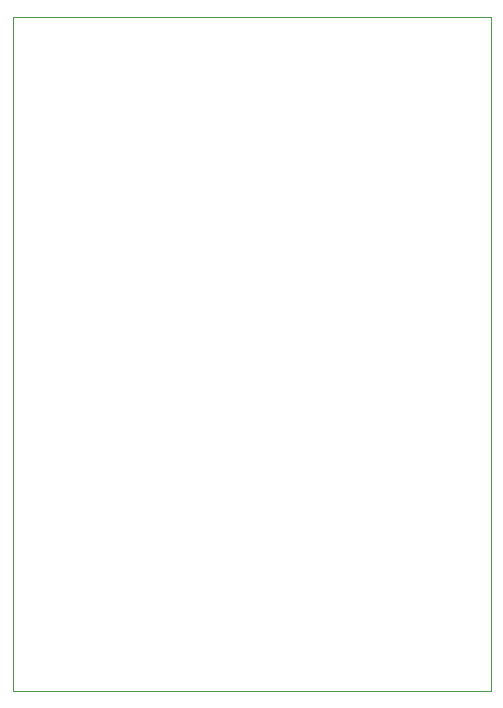
<source format=gm1>
%TF.GenerationSoftware,KiCad,Pcbnew,(6.0.2)*%
%TF.CreationDate,2022-07-21T21:07:04-07:00*%
%TF.ProjectId,testCoupon,74657374-436f-4757-906f-6e2e6b696361,1*%
%TF.SameCoordinates,Original*%
%TF.FileFunction,Profile,NP*%
%FSLAX46Y46*%
G04 Gerber Fmt 4.6, Leading zero omitted, Abs format (unit mm)*
G04 Created by KiCad (PCBNEW (6.0.2)) date 2022-07-21 21:07:04*
%MOMM*%
%LPD*%
G01*
G04 APERTURE LIST*
%TA.AperFunction,Profile*%
%ADD10C,0.100000*%
%TD*%
G04 APERTURE END LIST*
D10*
X135950240Y-114600000D02*
X176449760Y-114600000D01*
X176449760Y-114600000D02*
X176449760Y-57600000D01*
X176449760Y-57600000D02*
X135950240Y-57600000D01*
X135950240Y-57600000D02*
X135950240Y-114600000D01*
M02*

</source>
